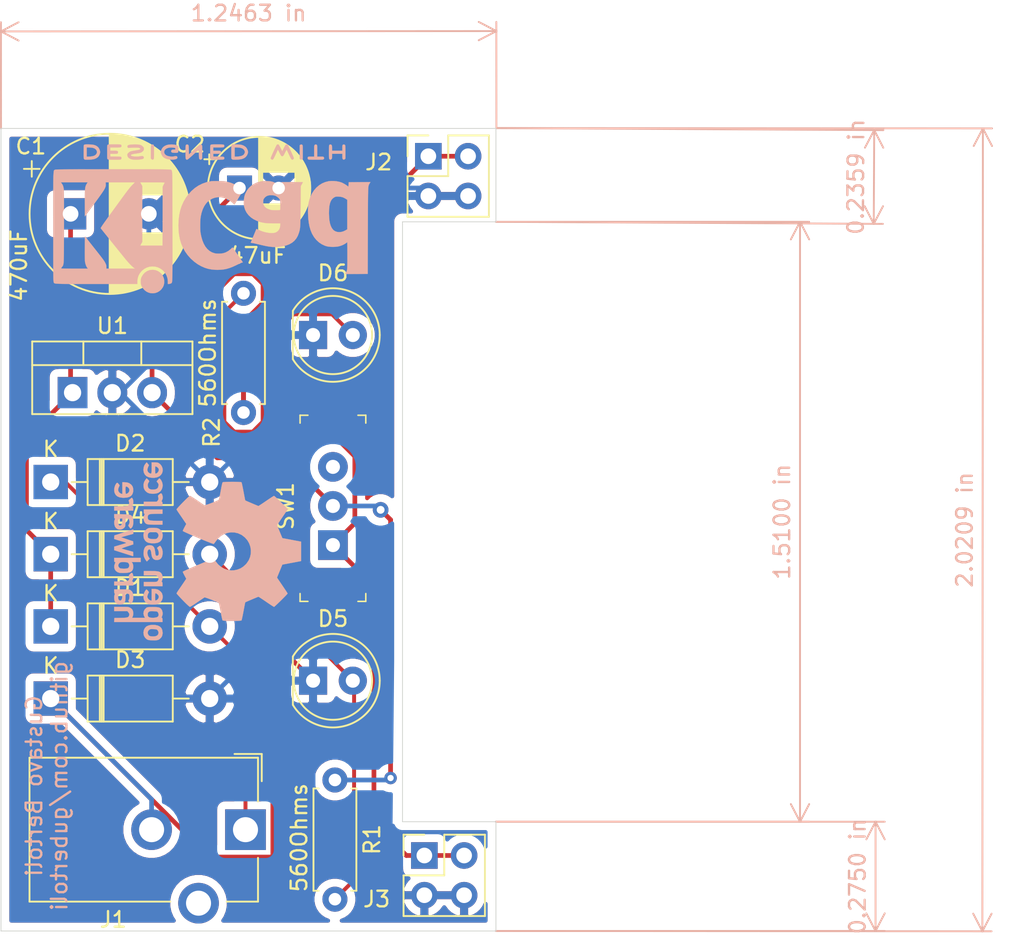
<source format=kicad_pcb>
(kicad_pcb (version 20171130) (host pcbnew "(5.1.7)-1")
  (title_block (title "Breadboard power supply") (date 2020-12-21) (rev -) (company "Tech Explorations"))
  (layers (0 F.Cu signal) (31 B.Cu signal) (34 B.Paste user) (35 F.Paste user) (36 B.SilkS user) (37 F.SilkS user) (38 B.Mask user) (39 F.Mask user) (44 Edge.Cuts user))
  (net 0 "")
  (net 1 /Vin)
  (net 2 /Vout1)
  (net 3 "Net-(D1-Pad2)")
  (net 4 "Net-(D3-Pad1)")
  (net 5 "Net-(D5-Pad2)")
  (net 6 "Net-(D6-Pad2)")
  (net 7 /Vout2)
  (net 8 /V-)
  (module Symbol:OSHW-Logo_11.4x12mm_SilkScreen (layer B.Cu) (at 126.111 90.424 90)
    (fp_text reference REF** hide)
    (fp_text value OSHW-Logo_11.4x12mm_SilkScreen hide)
  )
  (module Symbol:KiCad-Logo2_8mm_SilkScreen (layer B.Cu) (at 126.365 69.977)
    (fp_text reference REF** hide)
    (fp_text value KiCad-Logo2_8mm_SilkScreen hide)
  )
  (module Capacitor_THT:CP_Radial_D10.0mm_P5.00mm (layer F.Cu) (at 117.348 68.834)
    (fp_text reference C1 (at -2.54 -4.318) (layer F.SilkS))
    (fp_text value "470 uF")
    (pad 1 thru_hole rect (at 0 0) (size 2 2) (drill 1) (layers *.Cu *.Mask) (net 1 /Vin))
    (pad 2 thru_hole circle (at 5 0) (size 2 2) (drill 1) (layers *.Cu *.Mask) (net 8 /V-))
  )
  (module Capacitor_THT:CP_Radial_D6.3mm_P2.50mm (layer F.Cu) (at 128.143 67.183)
    (fp_text reference C2 (at -3.175 -2.794) (layer F.SilkS))
    (fp_text value "47 uF")
    (pad 1 thru_hole rect (at 0 0) (size 1.6 1.6) (drill 0.8) (layers *.Cu *.Mask) (net 2 /Vout1))
    (pad 2 thru_hole circle (at 2.5 0) (size 1.6 1.6) (drill 0.8) (layers *.Cu *.Mask) (net 8 /V-))
  )
  (module Diode_THT:D_DO-41_SOD81_P10.16mm_Horizontal (layer F.Cu) (at 116.078 95.207666)
    (fp_text reference D1 (at 5.08 -2.47) (layer F.SilkS))
    (fp_text value 1N4007)
    (fp_text user K (at 0 -2.1) (layer F.SilkS))
    (pad 2 thru_hole oval (at 10.16 0) (size 2.2 2.2) (drill 1.1) (layers *.Cu *.Mask) (net 3 "Net-(D1-Pad2)"))
    (pad 1 thru_hole rect (at 0 0) (size 2.2 2.2) (drill 1.1) (layers *.Cu *.Mask) (net 1 /Vin))
  )
  (module Diode_THT:D_DO-41_SOD81_P10.16mm_Horizontal (layer F.Cu) (at 116.078 85.979)
    (fp_text reference D2 (at 5.08 -2.47) (layer F.SilkS))
    (fp_text value 1N4007)
    (fp_text user K (at 0 -2.1) (layer F.SilkS))
    (pad 2 thru_hole oval (at 10.16 0) (size 2.2 2.2) (drill 1.1) (layers *.Cu *.Mask) (net 8 /V-))
    (pad 1 thru_hole rect (at 0 0) (size 2.2 2.2) (drill 1.1) (layers *.Cu *.Mask) (net 3 "Net-(D1-Pad2)"))
  )
  (module Diode_THT:D_DO-41_SOD81_P10.16mm_Horizontal (layer F.Cu) (at 116.078 99.822)
    (fp_text reference D3 (at 5.08 -2.47) (layer F.SilkS))
    (fp_text value 1N4007)
    (fp_text user K (at 0 -2.1) (layer F.SilkS))
    (pad 1 thru_hole rect (at 0 0) (size 2.2 2.2) (drill 1.1) (layers *.Cu *.Mask) (net 4 "Net-(D3-Pad1)"))
    (pad 2 thru_hole oval (at 10.16 0) (size 2.2 2.2) (drill 1.1) (layers *.Cu *.Mask) (net 8 /V-))
  )
  (module Diode_THT:D_DO-41_SOD81_P10.16mm_Horizontal (layer F.Cu) (at 116.078 90.593333)
    (fp_text reference D4 (at 5.08 -2.47) (layer F.SilkS))
    (fp_text value 1N4007)
    (fp_text user K (at 0 -2.1) (layer F.SilkS))
    (pad 1 thru_hole rect (at 0 0) (size 2.2 2.2) (drill 1.1) (layers *.Cu *.Mask) (net 1 /Vin))
    (pad 2 thru_hole oval (at 10.16 0) (size 2.2 2.2) (drill 1.1) (layers *.Cu *.Mask) (net 4 "Net-(D3-Pad1)"))
  )
  (module LED_THT:LED_D5.0mm (layer F.Cu) (at 132.842 98.679)
    (fp_text reference D5 (at 1.27 -3.96) (layer F.SilkS))
    (fp_text value "RED LED")
    (pad 1 thru_hole rect (at 0 0) (size 1.8 1.8) (drill 0.9) (layers *.Cu *.Mask) (net 8 /V-))
    (pad 2 thru_hole circle (at 2.54 0) (size 1.8 1.8) (drill 0.9) (layers *.Cu *.Mask) (net 5 "Net-(D5-Pad2)"))
  )
  (module LED_THT:LED_D5.0mm (layer F.Cu) (at 132.842 76.581)
    (fp_text reference D6 (at 1.27 -3.96) (layer F.SilkS))
    (fp_text value "GREEN LED")
    (pad 2 thru_hole circle (at 2.54 0) (size 1.8 1.8) (drill 0.9) (layers *.Cu *.Mask) (net 6 "Net-(D6-Pad2)"))
    (pad 1 thru_hole rect (at 0 0) (size 1.8 1.8) (drill 0.9) (layers *.Cu *.Mask) (net 8 /V-))
  )
  (module Connector_BarrelJack:BarrelJack_CUI_PJ-102AH_Horizontal (layer F.Cu) (at 128.524 108.204 270)
    (fp_text reference J1 (at 5.75 8.45) (layer F.SilkS))
    (fp_text value Barrel_Jack_Switch)
    (pad 1 thru_hole rect (at 0 0 270) (size 2.6 2.6) (drill 1.6) (layers *.Cu *.Mask) (net 3 "Net-(D1-Pad2)"))
    (pad 2 thru_hole circle (at 0 6 270) (size 2.6 2.6) (drill 1.6) (layers *.Cu *.Mask) (net 4 "Net-(D3-Pad1)"))
    (pad 3 thru_hole circle (at 4.7 3 270) (size 2.6 2.6) (drill 1.6) (layers *.Cu *.Mask))
  )
  (module Connector_PinHeader_2.54mm:PinHeader_2x02_P2.54mm_Vertical (layer F.Cu) (at 140.208 65.151)
    (fp_text reference J2 (at -3.175 0.381) (layer F.SilkS))
    (fp_text value Conn_02x02_Odd_Even)
    (pad 1 thru_hole rect (at 0 0) (size 1.7 1.7) (drill 1) (layers *.Cu *.Mask) (net 7 /Vout2))
    (pad 2 thru_hole oval (at 2.54 0) (size 1.7 1.7) (drill 1) (layers *.Cu *.Mask) (net 7 /Vout2))
    (pad 3 thru_hole oval (at 0 2.54) (size 1.7 1.7) (drill 1) (layers *.Cu *.Mask) (net 8 /V-))
    (pad 4 thru_hole oval (at 2.54 2.54) (size 1.7 1.7) (drill 1) (layers *.Cu *.Mask) (net 8 /V-))
  )
  (module Connector_PinHeader_2.54mm:PinHeader_2x02_P2.54mm_Vertical (layer F.Cu) (at 139.954 109.855)
    (fp_text reference J3 (at -3.048 2.794) (layer F.SilkS))
    (fp_text value Conn_02x02_Odd_Even)
    (pad 4 thru_hole oval (at 2.54 2.54) (size 1.7 1.7) (drill 1) (layers *.Cu *.Mask) (net 8 /V-))
    (pad 3 thru_hole oval (at 0 2.54) (size 1.7 1.7) (drill 1) (layers *.Cu *.Mask) (net 8 /V-))
    (pad 2 thru_hole oval (at 2.54 0) (size 1.7 1.7) (drill 1) (layers *.Cu *.Mask) (net 7 /Vout2))
    (pad 1 thru_hole rect (at 0 0) (size 1.7 1.7) (drill 1) (layers *.Cu *.Mask) (net 7 /Vout2))
  )
  (module Resistor_THT:R_Axial_DIN0207_L6.3mm_D2.5mm_P7.62mm_Horizontal (layer F.Cu) (at 134.239 105.029 270)
    (fp_text reference R1 (at 3.81 -2.37 90) (layer F.SilkS))
    (fp_text value "560 Ohm")
    (pad 1 thru_hole circle (at 0 0 270) (size 1.6 1.6) (drill 0.8) (layers *.Cu *.Mask) (net 2 /Vout1))
    (pad 2 thru_hole oval (at 7.62 0 270) (size 1.6 1.6) (drill 0.8) (layers *.Cu *.Mask) (net 5 "Net-(D5-Pad2)"))
  )
  (module Resistor_THT:R_Axial_DIN0207_L6.3mm_D2.5mm_P7.62mm_Horizontal (layer F.Cu) (at 128.397 81.534 90)
    (fp_text reference R2 (at -1.27 -2.032 90) (layer F.SilkS))
    (fp_text value "560 Ohm")
    (pad 2 thru_hole oval (at 7.62 0 90) (size 1.6 1.6) (drill 0.8) (layers *.Cu *.Mask) (net 6 "Net-(D6-Pad2)"))
    (pad 1 thru_hole circle (at 0 0 90) (size 1.6 1.6) (drill 0.8) (layers *.Cu *.Mask) (net 7 /Vout2))
  )
  (module digikey-footprints:Switch_Slide_11.6x4mm_EG1218 (layer F.Cu) (at 134.112 90.01 90)
    (fp_text reference SW1 (at 2.49 -3.02 90) (layer F.SilkS))
    (fp_text value SW_DPDT_x2)
    (pad 1 thru_hole rect (at 0 0 90) (size 1.9 1.9) (drill 0.9) (layers *.Cu *.Mask) (net 7 /Vout2))
    (pad 2 thru_hole circle (at 2.5 0 90) (size 1.9 1.9) (drill 0.9) (layers *.Cu *.Mask) (net 2 /Vout1))
    (pad 3 thru_hole circle (at 5 0 90) (size 1.9 1.9) (drill 0.9) (layers *.Cu *.Mask))
  )
  (module Package_TO_SOT_THT:TO-220-3_Vertical (layer F.Cu) (at 117.475 80.264)
    (fp_text reference U1 (at 2.54 -4.27) (layer F.SilkS))
    (fp_text value LM7805_TO220)
    (pad 1 thru_hole rect (at 0 0) (size 1.905 2) (drill 1.1) (layers *.Cu *.Mask) (net 1 /Vin))
    (pad 2 thru_hole oval (at 2.54 0) (size 1.905 2) (drill 1.1) (layers *.Cu *.Mask) (net 8 /V-))
    (pad 3 thru_hole oval (at 5.08 0) (size 1.905 2) (drill 1.1) (layers *.Cu *.Mask) (net 2 /Vout1))
  )
  (gr_text 47uF (at 129.286 71.501) (layer F.SilkS) (effects (font (size 1 1))))
  (gr_text 560Ohms (at 131.953 108.712 90) (layer F.SilkS) (effects (font (size 1 1))))
  (gr_text 560Ohms (at 126.111 77.724 90) (layer F.SilkS) (effects (font (size 1 1))))
  (gr_text 470uF (at 114.046 72.136 90) (layer F.SilkS) (effects (font (size 1 1))))
  (dimension 5.991085 (width 0.12) (layer B.SilkS) (gr_text "5.991 mm" (at 169.952825 66.482228 89.69396636) (layer B.SilkS) (effects (font (size 1 1) (thickness 0.15)))) (feature1 (pts (xy 144.526 69.342) (xy 169.253255 69.474077))) (feature2 (pts (xy 144.558 63.351) (xy 169.285255 63.483077))) (crossbar (pts (xy 168.698843 63.479945) (xy 168.666843 69.470945))) (arrow1a (pts (xy 168.666843 69.470945) (xy 168.086448 68.341325))) (arrow1b (pts (xy 168.666843 69.470945) (xy 169.259272 68.34759))) (arrow2a (pts (xy 168.698843 63.479945) (xy 168.106414 64.6033))) (arrow2b (pts (xy 168.698843 63.479945) (xy 169.279238 64.609565))))
  (dimension 6.985 (width 0.12) (layer B.SilkS) (gr_text "6.985 mm" (at 170.053 111.1885 270) (layer B.SilkS) (effects (font (size 1 1) (thickness 0.15)))) (feature1 (pts (xy 144.526 114.681) (xy 169.369421 114.681))) (feature2 (pts (xy 144.526 107.696) (xy 169.369421 107.696))) (crossbar (pts (xy 168.783 107.696) (xy 168.783 114.681))) (arrow1a (pts (xy 168.783 114.681) (xy 168.196579 113.554496))) (arrow1b (pts (xy 168.783 114.681) (xy 169.369421 113.554496))) (arrow2a (pts (xy 168.783 107.696) (xy 168.196579 108.822504))) (arrow2b (pts (xy 168.783 107.696) (xy 169.369421 108.822504))))
  (dimension 38.354 (width 0.12) (layer B.SilkS) (gr_text "38.354 mm" (at 165.227 88.519 270) (layer B.SilkS) (effects (font (size 1 1) (thickness 0.15)))) (feature1 (pts (xy 144.526 107.696) (xy 164.543421 107.696))) (feature2 (pts (xy 144.526 69.342) (xy 164.543421 69.342))) (crossbar (pts (xy 163.957 69.342) (xy 163.957 107.696))) (arrow1a (pts (xy 163.957 107.696) (xy 163.370579 106.569496))) (arrow1b (pts (xy 163.957 107.696) (xy 164.543421 106.569496))) (arrow2a (pts (xy 163.957 69.342) (xy 163.370579 70.468504))) (arrow2b (pts (xy 163.957 69.342) (xy 164.543421 70.468504))))
  (dimension 31.655008 (width 0.12) (layer B.SilkS) (gr_text "31.655 mm" (at 128.725307 55.890628 0.0398201531) (layer B.SilkS) (effects (font (size 1 1) (thickness 0.15)))) (feature1 (pts (xy 144.558 63.351) (xy 144.553283 56.563208))) (feature2 (pts (xy 112.903 63.373) (xy 112.898283 56.585208))) (crossbar (pts (xy 112.89869 57.171628) (xy 144.55369 57.149628))) (arrow1a (pts (xy 144.55369 57.149628) (xy 143.427594 57.736832))) (arrow1b (pts (xy 144.55369 57.149628) (xy 143.426779 56.56399))) (arrow2a (pts (xy 112.89869 57.171628) (xy 114.025601 57.757266))) (arrow2b (pts (xy 112.89869 57.171628) (xy 114.024786 56.584424))))
  (dimension 51.33001 (width 0.12) (layer B.SilkS) (gr_text "51.330 mm" (at 176.89516 89.03617 89.96428084) (layer B.SilkS) (effects (font (size 1 1) (thickness 0.15)))) (feature1 (pts (xy 144.558 63.351) (xy 176.227581 63.370743))) (feature2 (pts (xy 144.526 114.681) (xy 176.195581 114.700743))) (crossbar (pts (xy 175.60916 114.700378) (xy 175.64116 63.370378))) (arrow1a (pts (xy 175.64116 63.370378) (xy 176.226878 64.497247))) (arrow1b (pts (xy 175.64116 63.370378) (xy 175.054037 64.496516))) (arrow2a (pts (xy 175.60916 114.700378) (xy 176.196283 113.57424))) (arrow2b (pts (xy 175.60916 114.700378) (xy 175.023442 113.573509))))
  (gr_text "Gustavo Bertoli\ngithub.com/gubertoli" (at 115.824 105.41 90) (layer B.SilkS) (effects (font (size 1 1)) (justify mirror)))
  (gr_line (start 144.526 63.373) (end 112.903 63.373) (layer Edge.Cuts) (width 0.05))
  (gr_line (start 144.526 69.342) (end 144.526 63.373) (layer Edge.Cuts) (width 0.05))
  (gr_line (start 138.557 69.342) (end 144.526 69.342) (layer Edge.Cuts) (width 0.05))
  (gr_line (start 138.557 107.696) (end 138.557 69.342) (layer Edge.Cuts) (width 0.05))
  (gr_line (start 144.526 107.696) (end 138.557 107.696) (layer Edge.Cuts) (width 0.05))
  (gr_line (start 144.526 114.681) (end 144.526 107.696) (layer Edge.Cuts) (width 0.05))
  (gr_line (start 112.903 114.681) (end 144.526 114.681) (layer Edge.Cuts) (width 0.05))
  (gr_line (start 112.903 63.373) (end 112.903 114.681) (layer Edge.Cuts) (width 0.05))
  (via (at 137.16 87.757) (size 1) (drill 0.5) (layers F.Cu B.Cu) (net 2))
  (via (at 137.795 104.902) (size 0.8) (drill 0.4) (layers F.Cu B.Cu) (net 2))
  (segment (start 116.078 95.207666) (end 116.078 90.593333) (width 0.3) (layer F.Cu) (net 1))
  (segment (start 117.348 80.137) (end 117.475 80.264) (width 0.3) (layer F.Cu) (net 1))
  (segment (start 117.348 68.834) (end 117.348 80.137) (width 0.3) (layer F.Cu) (net 1))
  (segment (start 114.527999 83.211001) (end 117.475 80.264) (width 0.3) (layer F.Cu) (net 1))
  (segment (start 114.527999 89.043332) (end 114.527999 83.211001) (width 0.3) (layer F.Cu) (net 1))
  (segment (start 116.078 90.593333) (end 114.527999 89.043332) (width 0.3) (layer F.Cu) (net 1))
  (segment (start 122.555 72.771) (end 122.555 80.264) (width 0.3) (layer F.Cu) (net 2))
  (segment (start 128.143 67.183) (end 122.555 72.771) (width 0.3) (layer F.Cu) (net 2))
  (segment (start 126.719999 84.428999) (end 122.555 80.264) (width 0.3) (layer F.Cu) (net 2))
  (segment (start 131.030999 84.428999) (end 126.719999 84.428999) (width 0.3) (layer F.Cu) (net 2))
  (segment (start 134.112 87.51) (end 131.030999 84.428999) (width 0.3) (layer F.Cu) (net 2))
  (segment (start 137.668 105.029) (end 137.795 104.902) (width 0.3) (layer B.Cu) (net 2))
  (segment (start 134.239 105.029) (end 137.668 105.029) (width 0.3) (layer B.Cu) (net 2))
  (segment (start 136.913 87.51) (end 137.16 87.757) (width 0.3) (layer B.Cu) (net 2))
  (segment (start 134.112 87.51) (end 136.913 87.51) (width 0.3) (layer B.Cu) (net 2))
  (segment (start 137.795 88.392) (end 137.16 87.757) (width 0.3) (layer F.Cu) (net 2))
  (segment (start 137.795 104.902) (end 137.795 88.392) (width 0.3) (layer F.Cu) (net 2))
  (segment (start 128.524 97.493666) (end 126.238 95.207666) (width 0.25) (layer F.Cu) (net 3))
  (segment (start 128.524 108.204) (end 128.524 97.493666) (width 0.25) (layer F.Cu) (net 3))
  (segment (start 117.009334 85.979) (end 116.078 85.979) (width 0.25) (layer F.Cu) (net 3))
  (segment (start 126.238 95.207666) (end 117.009334 85.979) (width 0.25) (layer F.Cu) (net 3))
  (segment (start 122.524 106.268) (end 116.078 99.822) (width 0.3) (layer B.Cu) (net 4))
  (segment (start 122.524 108.204) (end 122.524 106.268) (width 0.3) (layer B.Cu) (net 4))
  (segment (start 130.274001 94.629334) (end 126.238 90.593333) (width 0.3) (layer F.Cu) (net 4))
  (segment (start 130.274001 109.864001) (end 130.274001 94.629334) (width 0.3) (layer F.Cu) (net 4))
  (segment (start 130.184001 109.954001) (end 130.274001 109.864001) (width 0.3) (layer F.Cu) (net 4))
  (segment (start 126.210001 109.954001) (end 130.184001 109.954001) (width 0.3) (layer F.Cu) (net 4))
  (segment (start 116.078 99.822) (end 126.210001 109.954001) (width 0.3) (layer F.Cu) (net 4))
  (segment (start 132.736999 96.033999) (end 135.382 98.679) (width 0.25) (layer F.Cu) (net 5))
  (segment (start 135.464001 98.761001) (end 135.382 98.679) (width 0.25) (layer F.Cu) (net 5))
  (segment (start 135.464001 111.423999) (end 135.464001 98.761001) (width 0.25) (layer F.Cu) (net 5))
  (segment (start 134.239 112.649) (end 135.464001 111.423999) (width 0.25) (layer F.Cu) (net 5))
  (segment (start 134.056999 75.255999) (end 135.382 76.581) (width 0.25) (layer F.Cu) (net 6))
  (segment (start 131.601999 75.255999) (end 134.056999 75.255999) (width 0.25) (layer F.Cu) (net 6))
  (segment (start 129.622001 77.235997) (end 131.601999 75.255999) (width 0.25) (layer F.Cu) (net 6))
  (segment (start 129.622001 82.122001) (end 129.622001 77.235997) (width 0.25) (layer F.Cu) (net 6))
  (segment (start 128.985001 82.759001) (end 129.622001 82.122001) (width 0.25) (layer F.Cu) (net 6))
  (segment (start 127.808999 82.759001) (end 128.985001 82.759001) (width 0.25) (layer F.Cu) (net 6))
  (segment (start 127.171999 82.122001) (end 127.808999 82.759001) (width 0.25) (layer F.Cu) (net 6))
  (segment (start 127.171999 75.139001) (end 127.171999 82.122001) (width 0.25) (layer F.Cu) (net 6))
  (segment (start 128.397 73.914) (end 127.171999 75.139001) (width 0.25) (layer F.Cu) (net 6))
  (segment (start 142.494 109.855) (end 139.954 109.855) (width 0.3) (layer F.Cu) (net 7))
  (segment (start 136.732001 92.630001) (end 134.112 90.01) (width 0.3) (layer F.Cu) (net 7))
  (segment (start 136.732001 107.783001) (end 136.732001 92.630001) (width 0.3) (layer F.Cu) (net 7))
  (segment (start 138.804 109.855) (end 136.732001 107.783001) (width 0.3) (layer F.Cu) (net 7))
  (segment (start 139.954 109.855) (end 138.804 109.855) (width 0.3) (layer F.Cu) (net 7))
  (segment (start 142.748 65.151) (end 140.208 65.151) (width 0.3) (layer F.Cu) (net 7))
  (segment (start 128.397 76.962) (end 128.397 81.534) (width 0.3) (layer F.Cu) (net 7))
  (segment (start 140.208 65.151) (end 128.397 76.962) (width 0.3) (layer F.Cu) (net 7))
  (segment (start 128.397 75.764002) (end 128.397 81.534) (width 0.3) (layer F.Cu) (net 7))
  (segment (start 129.647001 74.514001) (end 128.397 75.764002) (width 0.3) (layer F.Cu) (net 7))
  (segment (start 129.647001 73.313999) (end 129.647001 74.514001) (width 0.3) (layer F.Cu) (net 7))
  (segment (start 128.997001 72.663999) (end 129.647001 73.313999) (width 0.3) (layer F.Cu) (net 7))
  (segment (start 127.796999 72.663999) (end 128.997001 72.663999) (width 0.3) (layer F.Cu) (net 7))
  (segment (start 126.596989 73.864009) (end 127.796999 72.663999) (width 0.3) (layer F.Cu) (net 7))
  (segment (start 126.596989 82.360177) (end 126.596989 73.864009) (width 0.3) (layer F.Cu) (net 7))
  (segment (start 127.570823 83.334011) (end 126.596989 82.360177) (width 0.3) (layer F.Cu) (net 7))
  (segment (start 134.508013 83.334011) (end 127.570823 83.334011) (width 0.3) (layer F.Cu) (net 7))
  (segment (start 135.512001 84.337999) (end 134.508013 83.334011) (width 0.3) (layer F.Cu) (net 7))
  (segment (start 135.512001 88.609999) (end 135.512001 84.337999) (width 0.3) (layer F.Cu) (net 7))
  (segment (start 134.112 90.01) (end 135.512001 88.609999) (width 0.3) (layer F.Cu) (net 7))
  (segment (start 142.494 112.395) (end 139.954 112.395) (width 0.3) (layer B.Cu) (net 8))
  (segment (start 132.842 106.485081) (end 132.842 98.679) (width 0.3) (layer B.Cu) (net 8))
  (segment (start 138.751919 112.395) (end 132.842 106.485081) (width 0.3) (layer B.Cu) (net 8))
  (segment (start 139.954 112.395) (end 138.751919 112.395) (width 0.3) (layer B.Cu) (net 8))
  (segment (start 127.381 98.679) (end 126.238 99.822) (width 0.3) (layer B.Cu) (net 8))
  (segment (start 132.842 98.679) (end 127.381 98.679) (width 0.3) (layer B.Cu) (net 8))
  (segment (start 132.842 79.375) (end 132.842 76.581) (width 0.3) (layer B.Cu) (net 8))
  (segment (start 126.238 85.979) (end 132.842 79.375) (width 0.3) (layer B.Cu) (net 8))
  (segment (start 120.523 80.264) (end 126.238 85.979) (width 0.3) (layer B.Cu) (net 8))
  (segment (start 120.015 80.264) (end 120.523 80.264) (width 0.3) (layer B.Cu) (net 8))
  (segment (start 122.348 78.440052) (end 122.348 68.834) (width 0.3) (layer B.Cu) (net 8))
  (segment (start 120.524052 80.264) (end 122.348 78.440052) (width 0.3) (layer B.Cu) (net 8))
  (segment (start 120.015 80.264) (end 120.524052 80.264) (width 0.3) (layer B.Cu) (net 8))
  (segment (start 122.748999 68.433001) (end 122.348 68.834) (width 0.3) (layer B.Cu) (net 8))
  (segment (start 129.392999 68.433001) (end 122.748999 68.433001) (width 0.3) (layer B.Cu) (net 8))
  (segment (start 130.643 67.183) (end 129.392999 68.433001) (width 0.3) (layer B.Cu) (net 8))
  (segment (start 139.7 67.183) (end 140.208 67.691) (width 0.3) (layer B.Cu) (net 8))
  (segment (start 130.643 67.183) (end 139.7 67.183) (width 0.3) (layer B.Cu) (net 8))
  (segment (start 140.208 67.691) (end 142.748 67.691) (width 0.3) (layer B.Cu) (net 8))
  (segment (start 130.874011 90.615011) (end 130.874011 96.711011) (width 0.3) (layer F.Cu) (net 8))
  (segment (start 130.874011 96.711011) (end 132.842 98.679) (width 0.3) (layer F.Cu) (net 8))
  (segment (start 126.238 85.979) (end 130.874011 90.615011) (width 0.3) (layer F.Cu) (net 8))
  (zone (net 8) (net_name /V-) (layer B.Cu) (connect_pads (clearance 0.508)) (min_thickness 0.254) (fill yes (arc_segments 32) (thermal_gap 0.508) (thermal_bridge_width 0.508))
    (polygon (pts (xy 144.399 69.215) (xy 138.303 69.215) (xy 137.922 107.823) (xy 144.399 107.823) (xy 144.272 114.554) (xy 113.157 114.427) (xy 113.157 63.5) (xy 144.272 63.5)))
  )
  (zone (net 8) (net_name /V-) (layer F.Cu) (connect_pads (clearance 0.508)) (min_thickness 0.254) (fill yes (arc_segments 32) (thermal_gap 0.508) (thermal_bridge_width 0.508))
    (polygon (pts (xy 144.272 69.088) (xy 138.176 68.961) (xy 138.176 107.823) (xy 144.145 107.95) (xy 144.145 114.427) (xy 113.157 114.427) (xy 113.03 63.5) (xy 113.284 63.627) (xy 144.399 63.5)))
  )
)
</source>
